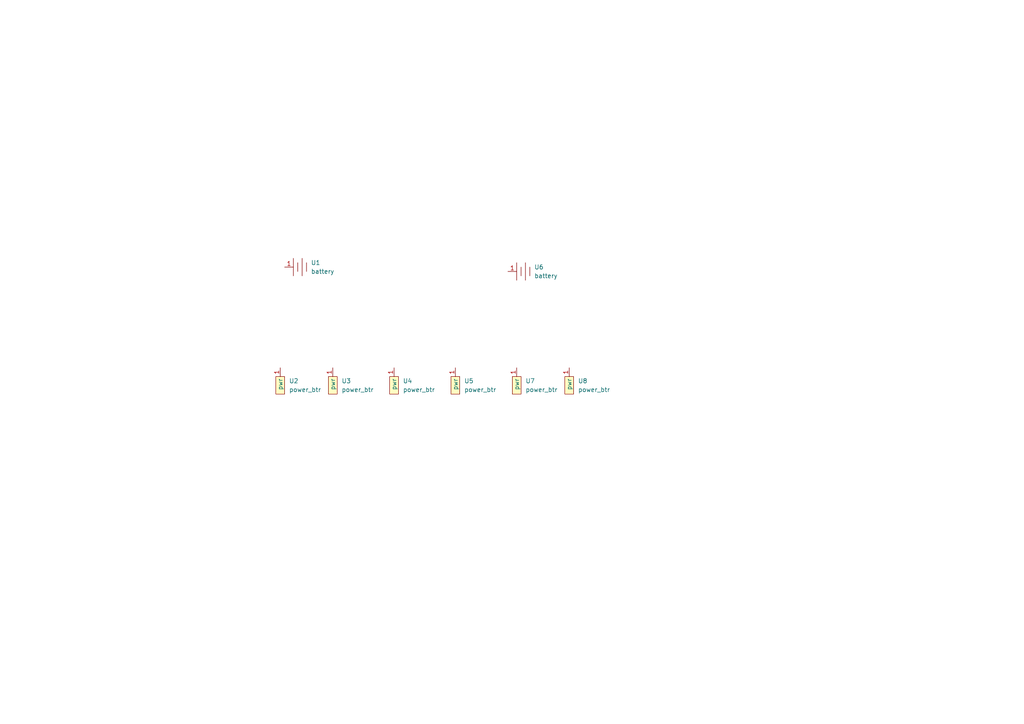
<source format=kicad_sch>
(kicad_sch (version 20211123) (generator eeschema)
  (paper "A4")
  (lib_symbols
    (symbol "conn_mother_side:battery"
      (property "Reference" "U" (at -2.54 -2.54 0))
      (property "Value" "battery" (at -3.81 2.54 0))
      (symbol "battery_0_1"
        (polyline (pts (xy 2.54 1.27) (xy 2.54 1.27)))
        (polyline (pts (xy 2.54 2.54) (xy 2.54 -2.54)))
        (polyline (pts (xy 3.81 -1.27) (xy 3.81 1.27)))
        (polyline (pts (xy 5.08 2.54) (xy 5.08 -2.54)))
        (polyline (pts (xy 6.35 -1.27) (xy 6.35 1.27)))
      )
      (symbol "battery_1_1"
        (pin power_in line (at 0 0 0) (length 2.54) (name "") (number "1"))
      )
    )
    (symbol "conn_mother_side:power_btr"
      (property "Reference" "U" (at 3.81 -5.08 0))
      (property "Value" "power_btr" (at -3.81 1.27 0))
      (symbol "power_btr_0_1"
        (rectangle (start 2.54 0) (end 7.62 -2.54) (fill (type background)))
      )
      (symbol "power_btr_1_1"
        (pin power_out line (at 0 -1.27 0) (length 2.54) (name "pwr") (number "1"))
      )
    )
  )
  (symbol (lib_id "conn_mother_side:power_btr") (at 166.37 106.68 270) (unit 1)
    (property "Reference" "U8" (at 167.64 110.4899 90) (effects (justify left)))
    (property "Value" "power_btr" (at 167.64 113.0299 90) (effects (justify left)))
    (property "Footprint" "mother_conn_side:conn_side" (effects hide))
  )
  (symbol (lib_id "conn_mother_side:battery") (at 147.32 78.74 0) (unit 1)
    (property "Reference" "U6" (at 154.94 77.4699 0) (effects (justify left)))
    (property "Value" "battery" (at 154.94 80.0099 0) (effects (justify left)))
    (property "Footprint" "mother_conn_side:btttr" (effects hide))
  )
  (symbol (lib_id "conn_mother_side:power_btr") (at 82.55 106.68 270) (unit 1)
    (property "Reference" "U2" (at 83.82 110.4899 90) (effects (justify left)))
    (property "Value" "power_btr" (at 83.82 113.0299 90) (effects (justify left)))
    (property "Footprint" "mother_conn_side:conn_side" (effects hide))
  )
  (symbol (lib_id "conn_mother_side:power_btr") (at 115.57 106.68 270) (unit 1)
    (property "Reference" "U4" (at 116.84 110.4899 90) (effects (justify left)))
    (property "Value" "power_btr" (at 116.84 113.0299 90) (effects (justify left)))
    (property "Footprint" "mother_conn_side:conn_side" (effects hide))
  )
  (symbol (lib_id "conn_mother_side:power_btr") (at 133.35 106.68 270) (unit 1)
    (property "Reference" "U5" (at 134.62 110.4899 90) (effects (justify left)))
    (property "Value" "power_btr" (at 134.62 113.0299 90) (effects (justify left)))
    (property "Footprint" "mother_conn_side:conn_side" (effects hide))
  )
  (symbol (lib_id "conn_mother_side:power_btr") (at 151.13 106.68 270) (unit 1)
    (property "Reference" "U7" (at 152.4 110.4899 90) (effects (justify left)))
    (property "Value" "power_btr" (at 152.4 113.0299 90) (effects (justify left)))
    (property "Footprint" "mother_conn_side:conn_side" (effects hide))
  )
  (symbol (lib_id "conn_mother_side:power_btr") (at 97.79 106.68 270) (unit 1)
    (property "Reference" "U3" (at 99.06 110.4899 90) (effects (justify left)))
    (property "Value" "power_btr" (at 99.06 113.0299 90) (effects (justify left)))
    (property "Footprint" "mother_conn_side:conn_side" (effects hide))
  )
  (symbol (lib_id "conn_mother_side:battery") (at 82.55 77.47 0) (unit 1)
    (property "Reference" "U1" (at 90.17 76.1999 0) (effects (justify left)))
    (property "Value" "battery" (at 90.17 78.7399 0) (effects (justify left)))
    (property "Footprint" "mother_conn_side:btttr" (effects hide))
  )
)
</source>
